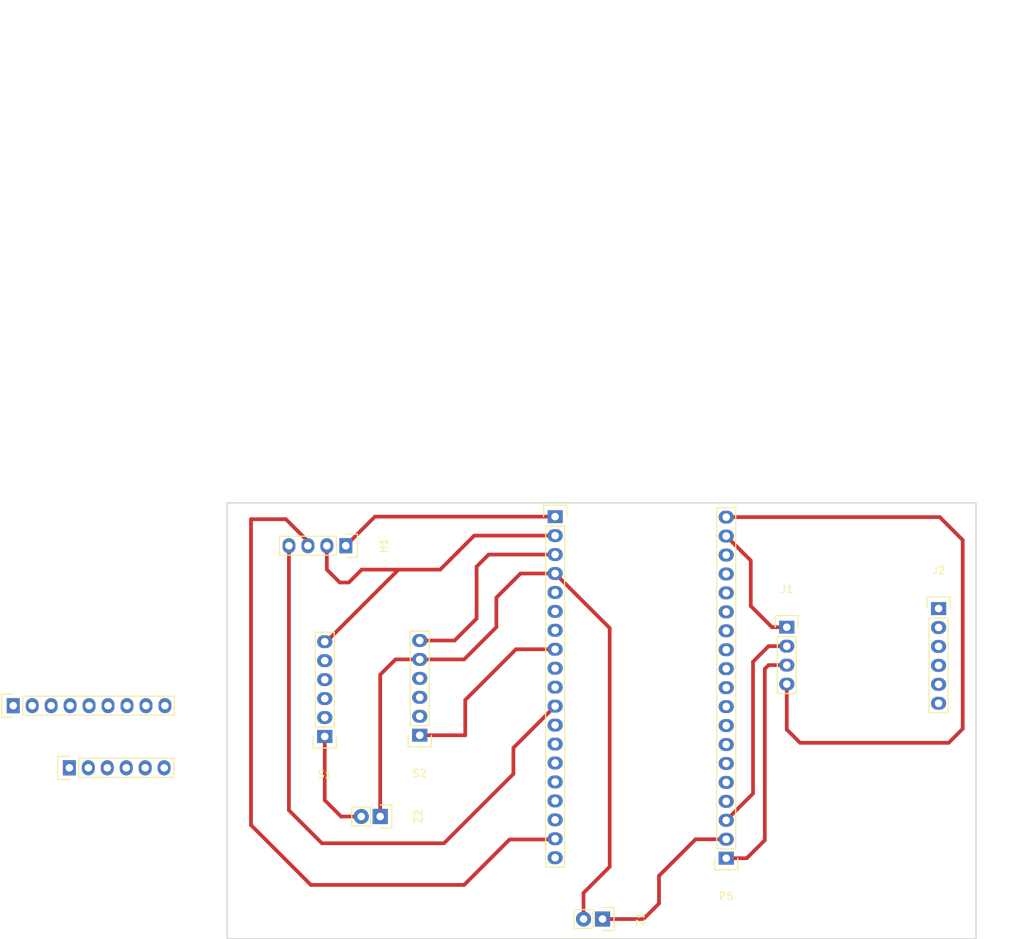
<source format=kicad_pcb>
(kicad_pcb (version 4) (host pcbnew 4.0.7)

  (general
    (links 16)
    (no_connects 0)
    (area 91.364999 51.994999 191.845001 110.565001)
    (thickness 1.6)
    (drawings 5)
    (tracks 76)
    (zones 0)
    (modules 11)
    (nets 68)
  )

  (page A4)
  (layers
    (0 F.Cu signal)
    (31 B.Cu signal)
    (32 B.Adhes user)
    (33 F.Adhes user)
    (34 B.Paste user)
    (35 F.Paste user)
    (36 B.SilkS user)
    (37 F.SilkS user)
    (38 B.Mask user)
    (39 F.Mask user)
    (40 Dwgs.User user)
    (41 Cmts.User user)
    (42 Eco1.User user)
    (43 Eco2.User user)
    (44 Edge.Cuts user)
    (45 Margin user)
    (46 B.CrtYd user)
    (47 F.CrtYd user)
    (48 B.Fab user)
    (49 F.Fab user)
  )

  (setup
    (last_trace_width 0.5)
    (user_trace_width 0.5)
    (user_trace_width 1)
    (user_trace_width 1.5)
    (user_trace_width 2)
    (user_trace_width 2.5)
    (user_trace_width 3)
    (user_trace_width 3.5)
    (user_trace_width 4)
    (trace_clearance 0.2)
    (zone_clearance 0.508)
    (zone_45_only no)
    (trace_min 0.2)
    (segment_width 0.2)
    (edge_width 0.15)
    (via_size 0.6)
    (via_drill 0.4)
    (via_min_size 0.4)
    (via_min_drill 0.3)
    (uvia_size 0.3)
    (uvia_drill 0.1)
    (uvias_allowed no)
    (uvia_min_size 0.2)
    (uvia_min_drill 0.1)
    (pcb_text_width 0.3)
    (pcb_text_size 1.5 1.5)
    (mod_edge_width 0.15)
    (mod_text_size 1 1)
    (mod_text_width 0.15)
    (pad_size 1.524 1.524)
    (pad_drill 0.762)
    (pad_to_mask_clearance 0.2)
    (aux_axis_origin 0 0)
    (visible_elements FFFFFF7F)
    (pcbplotparams
      (layerselection 0x00030_80000001)
      (usegerberextensions false)
      (excludeedgelayer true)
      (linewidth 0.100000)
      (plotframeref false)
      (viasonmask false)
      (mode 1)
      (useauxorigin false)
      (hpglpennumber 1)
      (hpglpenspeed 20)
      (hpglpendiameter 15)
      (hpglpenoverlay 2)
      (psnegative false)
      (psa4output false)
      (plotreference true)
      (plotvalue true)
      (plotinvisibletext false)
      (padsonsilk false)
      (subtractmaskfromsilk false)
      (outputformat 1)
      (mirror false)
      (drillshape 1)
      (scaleselection 1)
      (outputdirectory ""))
  )

  (net 0 "")
  (net 1 /GND2)
  (net 2 /5v1)
  (net 3 /SDA)
  (net 4 /SCL)
  (net 5 /VCC)
  (net 6 /SCK)
  (net 7 /DT)
  (net 8 /GND1)
  (net 9 "Net-(J2-Pad1)")
  (net 10 "Net-(J2-Pad2)")
  (net 11 /A+)
  (net 12 /A-)
  (net 13 /E-)
  (net 14 /E+)
  (net 15 "Net-(M1-Pad1)")
  (net 16 "Net-(M1-Pad2)")
  (net 17 "Net-(M1-Pad3)")
  (net 18 "Net-(M1-Pad4)")
  (net 19 "Net-(M1-Pad5)")
  (net 20 "Net-(M1-Pad6)")
  (net 21 "Net-(M1-Pad7)")
  (net 22 "Net-(M1-Pad8)")
  (net 23 "Net-(M1-Pad9)")
  (net 24 /3v)
  (net 25 /GND)
  (net 26 "Net-(P4-Pad5)")
  (net 27 "Net-(P4-Pad6)")
  (net 28 "Net-(P4-Pad7)")
  (net 29 /M0)
  (net 30 "Net-(P4-Pad9)")
  (net 31 "Net-(P4-Pad10)")
  (net 32 "Net-(P4-Pad12)")
  (net 33 "Net-(P4-Pad13)")
  (net 34 "Net-(P4-Pad14)")
  (net 35 "Net-(P4-Pad15)")
  (net 36 "Net-(P4-Pad16)")
  (net 37 "Net-(P4-Pad17)")
  (net 38 "Net-(P4-Pad19)")
  (net 39 "Net-(P5-Pad2)")
  (net 40 "Net-(P5-Pad4)")
  (net 41 "Net-(P5-Pad5)")
  (net 42 "Net-(P5-Pad6)")
  (net 43 "Net-(P5-Pad7)")
  (net 44 "Net-(P5-Pad8)")
  (net 45 "Net-(P5-Pad9)")
  (net 46 "Net-(P5-Pad10)")
  (net 47 "Net-(P5-Pad11)")
  (net 48 "Net-(P5-Pad12)")
  (net 49 "Net-(P5-Pad13)")
  (net 50 "Net-(P5-Pad14)")
  (net 51 "Net-(P5-Pad15)")
  (net 52 "Net-(P5-Pad16)")
  (net 53 "Net-(P5-Pad17)")
  (net 54 "Net-(S1-Pad2)")
  (net 55 "Net-(S1-Pad3)")
  (net 56 "Net-(S1-Pad4)")
  (net 57 "Net-(S1-Pad5)")
  (net 58 "Net-(S2-Pad2)")
  (net 59 "Net-(S2-Pad3)")
  (net 60 "Net-(S2-Pad4)")
  (net 61 "Net-(S3-Pad1)")
  (net 62 "Net-(S3-Pad2)")
  (net 63 "Net-(S3-Pad3)")
  (net 64 "Net-(S3-Pad4)")
  (net 65 "Net-(S3-Pad5)")
  (net 66 "Net-(S3-Pad6)")
  (net 67 /M1)

  (net_class Default "This is the default net class."
    (clearance 0.2)
    (trace_width 0.25)
    (via_dia 0.6)
    (via_drill 0.4)
    (uvia_dia 0.3)
    (uvia_drill 0.1)
    (add_net /3v)
    (add_net /5v1)
    (add_net /A+)
    (add_net /A-)
    (add_net /DT)
    (add_net /E+)
    (add_net /E-)
    (add_net /GND)
    (add_net /GND1)
    (add_net /GND2)
    (add_net /M0)
    (add_net /M1)
    (add_net /SCK)
    (add_net /SCL)
    (add_net /SDA)
    (add_net /VCC)
    (add_net "Net-(J2-Pad1)")
    (add_net "Net-(J2-Pad2)")
    (add_net "Net-(M1-Pad1)")
    (add_net "Net-(M1-Pad2)")
    (add_net "Net-(M1-Pad3)")
    (add_net "Net-(M1-Pad4)")
    (add_net "Net-(M1-Pad5)")
    (add_net "Net-(M1-Pad6)")
    (add_net "Net-(M1-Pad7)")
    (add_net "Net-(M1-Pad8)")
    (add_net "Net-(M1-Pad9)")
    (add_net "Net-(P4-Pad10)")
    (add_net "Net-(P4-Pad12)")
    (add_net "Net-(P4-Pad13)")
    (add_net "Net-(P4-Pad14)")
    (add_net "Net-(P4-Pad15)")
    (add_net "Net-(P4-Pad16)")
    (add_net "Net-(P4-Pad17)")
    (add_net "Net-(P4-Pad19)")
    (add_net "Net-(P4-Pad5)")
    (add_net "Net-(P4-Pad6)")
    (add_net "Net-(P4-Pad7)")
    (add_net "Net-(P4-Pad9)")
    (add_net "Net-(P5-Pad10)")
    (add_net "Net-(P5-Pad11)")
    (add_net "Net-(P5-Pad12)")
    (add_net "Net-(P5-Pad13)")
    (add_net "Net-(P5-Pad14)")
    (add_net "Net-(P5-Pad15)")
    (add_net "Net-(P5-Pad16)")
    (add_net "Net-(P5-Pad17)")
    (add_net "Net-(P5-Pad2)")
    (add_net "Net-(P5-Pad4)")
    (add_net "Net-(P5-Pad5)")
    (add_net "Net-(P5-Pad6)")
    (add_net "Net-(P5-Pad7)")
    (add_net "Net-(P5-Pad8)")
    (add_net "Net-(P5-Pad9)")
    (add_net "Net-(S1-Pad2)")
    (add_net "Net-(S1-Pad3)")
    (add_net "Net-(S1-Pad4)")
    (add_net "Net-(S1-Pad5)")
    (add_net "Net-(S2-Pad2)")
    (add_net "Net-(S2-Pad3)")
    (add_net "Net-(S2-Pad4)")
    (add_net "Net-(S3-Pad1)")
    (add_net "Net-(S3-Pad2)")
    (add_net "Net-(S3-Pad3)")
    (add_net "Net-(S3-Pad4)")
    (add_net "Net-(S3-Pad5)")
    (add_net "Net-(S3-Pad6)")
  )

  (module Pin_Headers:Pin_Header_Straight_1x09 (layer F.Cu) (tedit 5A56E611) (tstamp 5A56E08C)
    (at 62.7888 79.248 90)
    (descr "Through hole pin header")
    (tags "pin header")
    (path /5A53BCDD)
    (fp_text reference M1 (at 0 -5.1 90) (layer F.SilkS) hide
      (effects (font (size 1 1) (thickness 0.15)))
    )
    (fp_text value Conn_01x09 (at 0 -3.1 90) (layer F.Fab) hide
      (effects (font (size 1 1) (thickness 0.15)))
    )
    (fp_line (start -1.75 -1.75) (end -1.75 22.1) (layer F.CrtYd) (width 0.05))
    (fp_line (start 1.75 -1.75) (end 1.75 22.1) (layer F.CrtYd) (width 0.05))
    (fp_line (start -1.75 -1.75) (end 1.75 -1.75) (layer F.CrtYd) (width 0.05))
    (fp_line (start -1.75 22.1) (end 1.75 22.1) (layer F.CrtYd) (width 0.05))
    (fp_line (start 1.27 1.27) (end 1.27 21.59) (layer F.SilkS) (width 0.15))
    (fp_line (start 1.27 21.59) (end -1.27 21.59) (layer F.SilkS) (width 0.15))
    (fp_line (start -1.27 21.59) (end -1.27 1.27) (layer F.SilkS) (width 0.15))
    (fp_line (start 1.55 -1.55) (end 1.55 0) (layer F.SilkS) (width 0.15))
    (fp_line (start 1.27 1.27) (end -1.27 1.27) (layer F.SilkS) (width 0.15))
    (fp_line (start -1.55 0) (end -1.55 -1.55) (layer F.SilkS) (width 0.15))
    (fp_line (start -1.55 -1.55) (end 1.55 -1.55) (layer F.SilkS) (width 0.15))
    (pad 1 thru_hole rect (at 0 0 90) (size 2.032 1.7272) (drill 1.016) (layers *.Cu *.Mask)
      (net 15 "Net-(M1-Pad1)"))
    (pad 2 thru_hole oval (at 0 2.54 90) (size 2.032 1.7272) (drill 1.016) (layers *.Cu *.Mask)
      (net 16 "Net-(M1-Pad2)"))
    (pad 3 thru_hole oval (at 0 5.08 90) (size 2.032 1.7272) (drill 1.016) (layers *.Cu *.Mask)
      (net 17 "Net-(M1-Pad3)"))
    (pad 4 thru_hole oval (at 0 7.62 90) (size 2.032 1.7272) (drill 1.016) (layers *.Cu *.Mask)
      (net 18 "Net-(M1-Pad4)"))
    (pad 5 thru_hole oval (at 0 10.16 90) (size 2.032 1.7272) (drill 1.016) (layers *.Cu *.Mask)
      (net 19 "Net-(M1-Pad5)"))
    (pad 6 thru_hole oval (at 0 12.7 90) (size 2.032 1.7272) (drill 1.016) (layers *.Cu *.Mask)
      (net 20 "Net-(M1-Pad6)"))
    (pad 7 thru_hole oval (at 0 15.24 90) (size 2.032 1.7272) (drill 1.016) (layers *.Cu *.Mask)
      (net 21 "Net-(M1-Pad7)"))
    (pad 8 thru_hole oval (at 0 17.78 90) (size 2.032 1.7272) (drill 1.016) (layers *.Cu *.Mask)
      (net 22 "Net-(M1-Pad8)"))
    (pad 9 thru_hole oval (at 0 20.32 90) (size 2.032 1.7272) (drill 1.016) (layers *.Cu *.Mask)
      (net 23 "Net-(M1-Pad9)"))
    (model Pin_Headers.3dshapes/Pin_Header_Straight_1x09.wrl
      (at (xyz 0 -0.4 0))
      (scale (xyz 1 1 1))
      (rotate (xyz 0 0 90))
    )
  )

  (module Pin_Headers:Pin_Header_Straight_1x06 (layer F.Cu) (tedit 5A56E619) (tstamp 5A56E10F)
    (at 70.3072 87.5792 90)
    (descr "Through hole pin header")
    (tags "pin header")
    (path /5A5689C7)
    (fp_text reference S3 (at 0 -5.1 90) (layer F.SilkS) hide
      (effects (font (size 1 1) (thickness 0.15)))
    )
    (fp_text value Conn_01x06 (at 0 -3.1 90) (layer F.Fab) hide
      (effects (font (size 1 1) (thickness 0.15)))
    )
    (fp_line (start -1.75 -1.75) (end -1.75 14.45) (layer F.CrtYd) (width 0.05))
    (fp_line (start 1.75 -1.75) (end 1.75 14.45) (layer F.CrtYd) (width 0.05))
    (fp_line (start -1.75 -1.75) (end 1.75 -1.75) (layer F.CrtYd) (width 0.05))
    (fp_line (start -1.75 14.45) (end 1.75 14.45) (layer F.CrtYd) (width 0.05))
    (fp_line (start 1.27 1.27) (end 1.27 13.97) (layer F.SilkS) (width 0.15))
    (fp_line (start 1.27 13.97) (end -1.27 13.97) (layer F.SilkS) (width 0.15))
    (fp_line (start -1.27 13.97) (end -1.27 1.27) (layer F.SilkS) (width 0.15))
    (fp_line (start 1.55 -1.55) (end 1.55 0) (layer F.SilkS) (width 0.15))
    (fp_line (start 1.27 1.27) (end -1.27 1.27) (layer F.SilkS) (width 0.15))
    (fp_line (start -1.55 0) (end -1.55 -1.55) (layer F.SilkS) (width 0.15))
    (fp_line (start -1.55 -1.55) (end 1.55 -1.55) (layer F.SilkS) (width 0.15))
    (pad 1 thru_hole rect (at 0 0 90) (size 2.032 1.7272) (drill 1.016) (layers *.Cu *.Mask)
      (net 61 "Net-(S3-Pad1)"))
    (pad 2 thru_hole oval (at 0 2.54 90) (size 2.032 1.7272) (drill 1.016) (layers *.Cu *.Mask)
      (net 62 "Net-(S3-Pad2)"))
    (pad 3 thru_hole oval (at 0 5.08 90) (size 2.032 1.7272) (drill 1.016) (layers *.Cu *.Mask)
      (net 63 "Net-(S3-Pad3)"))
    (pad 4 thru_hole oval (at 0 7.62 90) (size 2.032 1.7272) (drill 1.016) (layers *.Cu *.Mask)
      (net 64 "Net-(S3-Pad4)"))
    (pad 5 thru_hole oval (at 0 10.16 90) (size 2.032 1.7272) (drill 1.016) (layers *.Cu *.Mask)
      (net 65 "Net-(S3-Pad5)"))
    (pad 6 thru_hole oval (at 0 12.7 90) (size 2.032 1.7272) (drill 1.016) (layers *.Cu *.Mask)
      (net 66 "Net-(S3-Pad6)"))
    (model Pin_Headers.3dshapes/Pin_Header_Straight_1x06.wrl
      (at (xyz 0 -0.25 0))
      (scale (xyz 1 1 1))
      (rotate (xyz 0 0 90))
    )
  )

  (module Pin_Headers:Pin_Header_Straight_1x04 (layer F.Cu) (tedit 0) (tstamp 5A5A0CE8)
    (at 107.3404 57.8104 270)
    (descr "Through hole pin header")
    (tags "pin header")
    (path /5A53E1CD)
    (fp_text reference H1 (at 0 -5.1 270) (layer F.SilkS)
      (effects (font (size 1 1) (thickness 0.15)))
    )
    (fp_text value Temp_humidity (at 0 -3.1 270) (layer F.Fab)
      (effects (font (size 1 1) (thickness 0.15)))
    )
    (fp_line (start -1.75 -1.75) (end -1.75 9.4) (layer F.CrtYd) (width 0.05))
    (fp_line (start 1.75 -1.75) (end 1.75 9.4) (layer F.CrtYd) (width 0.05))
    (fp_line (start -1.75 -1.75) (end 1.75 -1.75) (layer F.CrtYd) (width 0.05))
    (fp_line (start -1.75 9.4) (end 1.75 9.4) (layer F.CrtYd) (width 0.05))
    (fp_line (start -1.27 1.27) (end -1.27 8.89) (layer F.SilkS) (width 0.15))
    (fp_line (start 1.27 1.27) (end 1.27 8.89) (layer F.SilkS) (width 0.15))
    (fp_line (start 1.55 -1.55) (end 1.55 0) (layer F.SilkS) (width 0.15))
    (fp_line (start -1.27 8.89) (end 1.27 8.89) (layer F.SilkS) (width 0.15))
    (fp_line (start 1.27 1.27) (end -1.27 1.27) (layer F.SilkS) (width 0.15))
    (fp_line (start -1.55 0) (end -1.55 -1.55) (layer F.SilkS) (width 0.15))
    (fp_line (start -1.55 -1.55) (end 1.55 -1.55) (layer F.SilkS) (width 0.15))
    (pad 1 thru_hole rect (at 0 0 270) (size 2.032 1.7272) (drill 1.016) (layers *.Cu *.Mask)
      (net 1 /GND2))
    (pad 2 thru_hole oval (at 0 2.54 270) (size 2.032 1.7272) (drill 1.016) (layers *.Cu *.Mask)
      (net 2 /5v1))
    (pad 3 thru_hole oval (at 0 5.08 270) (size 2.032 1.7272) (drill 1.016) (layers *.Cu *.Mask)
      (net 3 /SDA))
    (pad 4 thru_hole oval (at 0 7.62 270) (size 2.032 1.7272) (drill 1.016) (layers *.Cu *.Mask)
      (net 4 /SCL))
    (model Pin_Headers.3dshapes/Pin_Header_Straight_1x04.wrl
      (at (xyz 0 -0.15 0))
      (scale (xyz 1 1 1))
      (rotate (xyz 0 0 90))
    )
  )

  (module Pin_Headers:Pin_Header_Straight_1x04 (layer F.Cu) (tedit 0) (tstamp 5A5A0CFB)
    (at 166.4208 68.7324)
    (descr "Through hole pin header")
    (tags "pin header")
    (path /5A53BC44)
    (fp_text reference J1 (at 0 -5.1) (layer F.SilkS)
      (effects (font (size 1 1) (thickness 0.15)))
    )
    (fp_text value ScaleL (at 0 -3.1) (layer F.Fab)
      (effects (font (size 1 1) (thickness 0.15)))
    )
    (fp_line (start -1.75 -1.75) (end -1.75 9.4) (layer F.CrtYd) (width 0.05))
    (fp_line (start 1.75 -1.75) (end 1.75 9.4) (layer F.CrtYd) (width 0.05))
    (fp_line (start -1.75 -1.75) (end 1.75 -1.75) (layer F.CrtYd) (width 0.05))
    (fp_line (start -1.75 9.4) (end 1.75 9.4) (layer F.CrtYd) (width 0.05))
    (fp_line (start -1.27 1.27) (end -1.27 8.89) (layer F.SilkS) (width 0.15))
    (fp_line (start 1.27 1.27) (end 1.27 8.89) (layer F.SilkS) (width 0.15))
    (fp_line (start 1.55 -1.55) (end 1.55 0) (layer F.SilkS) (width 0.15))
    (fp_line (start -1.27 8.89) (end 1.27 8.89) (layer F.SilkS) (width 0.15))
    (fp_line (start 1.27 1.27) (end -1.27 1.27) (layer F.SilkS) (width 0.15))
    (fp_line (start -1.55 0) (end -1.55 -1.55) (layer F.SilkS) (width 0.15))
    (fp_line (start -1.55 -1.55) (end 1.55 -1.55) (layer F.SilkS) (width 0.15))
    (pad 1 thru_hole rect (at 0 0) (size 2.032 1.7272) (drill 1.016) (layers *.Cu *.Mask)
      (net 5 /VCC))
    (pad 2 thru_hole oval (at 0 2.54) (size 2.032 1.7272) (drill 1.016) (layers *.Cu *.Mask)
      (net 6 /SCK))
    (pad 3 thru_hole oval (at 0 5.08) (size 2.032 1.7272) (drill 1.016) (layers *.Cu *.Mask)
      (net 7 /DT))
    (pad 4 thru_hole oval (at 0 7.62) (size 2.032 1.7272) (drill 1.016) (layers *.Cu *.Mask)
      (net 8 /GND1))
    (model Pin_Headers.3dshapes/Pin_Header_Straight_1x04.wrl
      (at (xyz 0 -0.15 0))
      (scale (xyz 1 1 1))
      (rotate (xyz 0 0 90))
    )
  )

  (module Pin_Headers:Pin_Header_Straight_1x06 (layer F.Cu) (tedit 0) (tstamp 5A5A0D10)
    (at 186.7535 66.2305)
    (descr "Through hole pin header")
    (tags "pin header")
    (path /5A53BF27)
    (fp_text reference J2 (at 0 -5.1) (layer F.SilkS)
      (effects (font (size 1 1) (thickness 0.15)))
    )
    (fp_text value Scale (at 0 -3.1) (layer F.Fab)
      (effects (font (size 1 1) (thickness 0.15)))
    )
    (fp_line (start -1.75 -1.75) (end -1.75 14.45) (layer F.CrtYd) (width 0.05))
    (fp_line (start 1.75 -1.75) (end 1.75 14.45) (layer F.CrtYd) (width 0.05))
    (fp_line (start -1.75 -1.75) (end 1.75 -1.75) (layer F.CrtYd) (width 0.05))
    (fp_line (start -1.75 14.45) (end 1.75 14.45) (layer F.CrtYd) (width 0.05))
    (fp_line (start 1.27 1.27) (end 1.27 13.97) (layer F.SilkS) (width 0.15))
    (fp_line (start 1.27 13.97) (end -1.27 13.97) (layer F.SilkS) (width 0.15))
    (fp_line (start -1.27 13.97) (end -1.27 1.27) (layer F.SilkS) (width 0.15))
    (fp_line (start 1.55 -1.55) (end 1.55 0) (layer F.SilkS) (width 0.15))
    (fp_line (start 1.27 1.27) (end -1.27 1.27) (layer F.SilkS) (width 0.15))
    (fp_line (start -1.55 0) (end -1.55 -1.55) (layer F.SilkS) (width 0.15))
    (fp_line (start -1.55 -1.55) (end 1.55 -1.55) (layer F.SilkS) (width 0.15))
    (pad 1 thru_hole rect (at 0 0) (size 2.032 1.7272) (drill 1.016) (layers *.Cu *.Mask)
      (net 9 "Net-(J2-Pad1)"))
    (pad 2 thru_hole oval (at 0 2.54) (size 2.032 1.7272) (drill 1.016) (layers *.Cu *.Mask)
      (net 10 "Net-(J2-Pad2)"))
    (pad 3 thru_hole oval (at 0 5.08) (size 2.032 1.7272) (drill 1.016) (layers *.Cu *.Mask)
      (net 11 /A+))
    (pad 4 thru_hole oval (at 0 7.62) (size 2.032 1.7272) (drill 1.016) (layers *.Cu *.Mask)
      (net 12 /A-))
    (pad 5 thru_hole oval (at 0 10.16) (size 2.032 1.7272) (drill 1.016) (layers *.Cu *.Mask)
      (net 13 /E-))
    (pad 6 thru_hole oval (at 0 12.7) (size 2.032 1.7272) (drill 1.016) (layers *.Cu *.Mask)
      (net 14 /E+))
    (model Pin_Headers.3dshapes/Pin_Header_Straight_1x06.wrl
      (at (xyz 0 -0.25 0))
      (scale (xyz 1 1 1))
      (rotate (xyz 0 0 90))
    )
  )

  (module Pin_Headers:Pin_Header_Straight_1x19 (layer F.Cu) (tedit 5A56EC9E) (tstamp 5A5A0D32)
    (at 135.382 53.9115)
    (descr "Through hole pin header")
    (tags "pin header")
    (path /5943A05C)
    (fp_text reference P4 (at 0 -5.1) (layer F.SilkS) hide
      (effects (font (size 1 1) (thickness 0.15)))
    )
    (fp_text value ESP_32 (at 0 -3.1) (layer F.Fab) hide
      (effects (font (size 1 1) (thickness 0.15)))
    )
    (fp_line (start -1.75 -1.75) (end -1.75 47.5) (layer F.CrtYd) (width 0.05))
    (fp_line (start 1.75 -1.75) (end 1.75 47.5) (layer F.CrtYd) (width 0.05))
    (fp_line (start -1.75 -1.75) (end 1.75 -1.75) (layer F.CrtYd) (width 0.05))
    (fp_line (start -1.75 47.5) (end 1.75 47.5) (layer F.CrtYd) (width 0.05))
    (fp_line (start 1.27 1.27) (end 1.27 46.99) (layer F.SilkS) (width 0.15))
    (fp_line (start 1.27 46.99) (end -1.27 46.99) (layer F.SilkS) (width 0.15))
    (fp_line (start -1.27 46.99) (end -1.27 1.27) (layer F.SilkS) (width 0.15))
    (fp_line (start 1.55 -1.55) (end 1.55 0) (layer F.SilkS) (width 0.15))
    (fp_line (start 1.27 1.27) (end -1.27 1.27) (layer F.SilkS) (width 0.15))
    (fp_line (start -1.55 0) (end -1.55 -1.55) (layer F.SilkS) (width 0.15))
    (fp_line (start -1.55 -1.55) (end 1.55 -1.55) (layer F.SilkS) (width 0.15))
    (pad 1 thru_hole rect (at 0 0) (size 2.032 1.7272) (drill 1.016) (layers *.Cu *.Mask)
      (net 1 /GND2))
    (pad 2 thru_hole oval (at 0 2.54) (size 2.032 1.7272) (drill 1.016) (layers *.Cu *.Mask)
      (net 2 /5v1))
    (pad 3 thru_hole oval (at 0 5.08) (size 2.032 1.7272) (drill 1.016) (layers *.Cu *.Mask)
      (net 24 /3v))
    (pad 4 thru_hole oval (at 0 7.62) (size 2.032 1.7272) (drill 1.016) (layers *.Cu *.Mask)
      (net 25 /GND))
    (pad 5 thru_hole oval (at 0 10.16) (size 2.032 1.7272) (drill 1.016) (layers *.Cu *.Mask)
      (net 26 "Net-(P4-Pad5)"))
    (pad 6 thru_hole oval (at 0 12.7) (size 2.032 1.7272) (drill 1.016) (layers *.Cu *.Mask)
      (net 27 "Net-(P4-Pad6)"))
    (pad 7 thru_hole oval (at 0 15.24) (size 2.032 1.7272) (drill 1.016) (layers *.Cu *.Mask)
      (net 28 "Net-(P4-Pad7)"))
    (pad 8 thru_hole oval (at 0 17.78) (size 2.032 1.7272) (drill 1.016) (layers *.Cu *.Mask)
      (net 29 /M0))
    (pad 9 thru_hole oval (at 0 20.32) (size 2.032 1.7272) (drill 1.016) (layers *.Cu *.Mask)
      (net 30 "Net-(P4-Pad9)"))
    (pad 10 thru_hole oval (at 0 22.86) (size 2.032 1.7272) (drill 1.016) (layers *.Cu *.Mask)
      (net 31 "Net-(P4-Pad10)"))
    (pad 11 thru_hole oval (at 0 25.4) (size 2.032 1.7272) (drill 1.016) (layers *.Cu *.Mask)
      (net 4 /SCL))
    (pad 12 thru_hole oval (at 0 27.94) (size 2.032 1.7272) (drill 1.016) (layers *.Cu *.Mask)
      (net 32 "Net-(P4-Pad12)"))
    (pad 13 thru_hole oval (at 0 30.48) (size 2.032 1.7272) (drill 1.016) (layers *.Cu *.Mask)
      (net 33 "Net-(P4-Pad13)"))
    (pad 14 thru_hole oval (at 0 33.02) (size 2.032 1.7272) (drill 1.016) (layers *.Cu *.Mask)
      (net 34 "Net-(P4-Pad14)"))
    (pad 15 thru_hole oval (at 0 35.56) (size 2.032 1.7272) (drill 1.016) (layers *.Cu *.Mask)
      (net 35 "Net-(P4-Pad15)"))
    (pad 16 thru_hole oval (at 0 38.1) (size 2.032 1.7272) (drill 1.016) (layers *.Cu *.Mask)
      (net 36 "Net-(P4-Pad16)"))
    (pad 17 thru_hole oval (at 0 40.64) (size 2.032 1.7272) (drill 1.016) (layers *.Cu *.Mask)
      (net 37 "Net-(P4-Pad17)"))
    (pad 18 thru_hole oval (at 0 43.18) (size 2.032 1.7272) (drill 1.016) (layers *.Cu *.Mask)
      (net 3 /SDA))
    (pad 19 thru_hole oval (at 0 45.72) (size 2.032 1.7272) (drill 1.016) (layers *.Cu *.Mask)
      (net 38 "Net-(P4-Pad19)"))
    (model Pin_Headers.3dshapes/Pin_Header_Straight_1x19.wrl
      (at (xyz 0 -0.9 0))
      (scale (xyz 1 1 1))
      (rotate (xyz 0 0 90))
    )
  )

  (module Pin_Headers:Pin_Header_Straight_1x19 (layer F.Cu) (tedit 0) (tstamp 5A5A0D54)
    (at 158.3055 99.695 180)
    (descr "Through hole pin header")
    (tags "pin header")
    (path /5A55B634)
    (fp_text reference P5 (at 0 -5.1 180) (layer F.SilkS)
      (effects (font (size 1 1) (thickness 0.15)))
    )
    (fp_text value esp_lora (at 0 -3.1 180) (layer F.Fab)
      (effects (font (size 1 1) (thickness 0.15)))
    )
    (fp_line (start -1.75 -1.75) (end -1.75 47.5) (layer F.CrtYd) (width 0.05))
    (fp_line (start 1.75 -1.75) (end 1.75 47.5) (layer F.CrtYd) (width 0.05))
    (fp_line (start -1.75 -1.75) (end 1.75 -1.75) (layer F.CrtYd) (width 0.05))
    (fp_line (start -1.75 47.5) (end 1.75 47.5) (layer F.CrtYd) (width 0.05))
    (fp_line (start 1.27 1.27) (end 1.27 46.99) (layer F.SilkS) (width 0.15))
    (fp_line (start 1.27 46.99) (end -1.27 46.99) (layer F.SilkS) (width 0.15))
    (fp_line (start -1.27 46.99) (end -1.27 1.27) (layer F.SilkS) (width 0.15))
    (fp_line (start 1.55 -1.55) (end 1.55 0) (layer F.SilkS) (width 0.15))
    (fp_line (start 1.27 1.27) (end -1.27 1.27) (layer F.SilkS) (width 0.15))
    (fp_line (start -1.55 0) (end -1.55 -1.55) (layer F.SilkS) (width 0.15))
    (fp_line (start -1.55 -1.55) (end 1.55 -1.55) (layer F.SilkS) (width 0.15))
    (pad 1 thru_hole rect (at 0 0 180) (size 2.032 1.7272) (drill 1.016) (layers *.Cu *.Mask)
      (net 7 /DT))
    (pad 2 thru_hole oval (at 0 2.54 180) (size 2.032 1.7272) (drill 1.016) (layers *.Cu *.Mask)
      (net 39 "Net-(P5-Pad2)"))
    (pad 3 thru_hole oval (at 0 5.08 180) (size 2.032 1.7272) (drill 1.016) (layers *.Cu *.Mask)
      (net 6 /SCK))
    (pad 4 thru_hole oval (at 0 7.62 180) (size 2.032 1.7272) (drill 1.016) (layers *.Cu *.Mask)
      (net 40 "Net-(P5-Pad4)"))
    (pad 5 thru_hole oval (at 0 10.16 180) (size 2.032 1.7272) (drill 1.016) (layers *.Cu *.Mask)
      (net 41 "Net-(P5-Pad5)"))
    (pad 6 thru_hole oval (at 0 12.7 180) (size 2.032 1.7272) (drill 1.016) (layers *.Cu *.Mask)
      (net 42 "Net-(P5-Pad6)"))
    (pad 7 thru_hole oval (at 0 15.24 180) (size 2.032 1.7272) (drill 1.016) (layers *.Cu *.Mask)
      (net 43 "Net-(P5-Pad7)"))
    (pad 8 thru_hole oval (at 0 17.78 180) (size 2.032 1.7272) (drill 1.016) (layers *.Cu *.Mask)
      (net 44 "Net-(P5-Pad8)"))
    (pad 9 thru_hole oval (at 0 20.32 180) (size 2.032 1.7272) (drill 1.016) (layers *.Cu *.Mask)
      (net 45 "Net-(P5-Pad9)"))
    (pad 10 thru_hole oval (at 0 22.86 180) (size 2.032 1.7272) (drill 1.016) (layers *.Cu *.Mask)
      (net 46 "Net-(P5-Pad10)"))
    (pad 11 thru_hole oval (at 0 25.4 180) (size 2.032 1.7272) (drill 1.016) (layers *.Cu *.Mask)
      (net 47 "Net-(P5-Pad11)"))
    (pad 12 thru_hole oval (at 0 27.94 180) (size 2.032 1.7272) (drill 1.016) (layers *.Cu *.Mask)
      (net 48 "Net-(P5-Pad12)"))
    (pad 13 thru_hole oval (at 0 30.48 180) (size 2.032 1.7272) (drill 1.016) (layers *.Cu *.Mask)
      (net 49 "Net-(P5-Pad13)"))
    (pad 14 thru_hole oval (at 0 33.02 180) (size 2.032 1.7272) (drill 1.016) (layers *.Cu *.Mask)
      (net 50 "Net-(P5-Pad14)"))
    (pad 15 thru_hole oval (at 0 35.56 180) (size 2.032 1.7272) (drill 1.016) (layers *.Cu *.Mask)
      (net 51 "Net-(P5-Pad15)"))
    (pad 16 thru_hole oval (at 0 38.1 180) (size 2.032 1.7272) (drill 1.016) (layers *.Cu *.Mask)
      (net 52 "Net-(P5-Pad16)"))
    (pad 17 thru_hole oval (at 0 40.64 180) (size 2.032 1.7272) (drill 1.016) (layers *.Cu *.Mask)
      (net 53 "Net-(P5-Pad17)"))
    (pad 18 thru_hole oval (at 0 43.18 180) (size 2.032 1.7272) (drill 1.016) (layers *.Cu *.Mask)
      (net 5 /VCC))
    (pad 19 thru_hole oval (at 0 45.72 180) (size 2.032 1.7272) (drill 1.016) (layers *.Cu *.Mask)
      (net 8 /GND1))
    (model Pin_Headers.3dshapes/Pin_Header_Straight_1x19.wrl
      (at (xyz 0 -0.9 0))
      (scale (xyz 1 1 1))
      (rotate (xyz 0 0 90))
    )
  )

  (module Pin_Headers:Pin_Header_Straight_1x06 (layer F.Cu) (tedit 0) (tstamp 5A5A0D69)
    (at 104.521 83.3755 180)
    (descr "Through hole pin header")
    (tags "pin header")
    (path /5A53BE14)
    (fp_text reference S1 (at 0 -5.1 180) (layer F.SilkS)
      (effects (font (size 1 1) (thickness 0.15)))
    )
    (fp_text value Shifter (at 0 -3.1 180) (layer F.Fab)
      (effects (font (size 1 1) (thickness 0.15)))
    )
    (fp_line (start -1.75 -1.75) (end -1.75 14.45) (layer F.CrtYd) (width 0.05))
    (fp_line (start 1.75 -1.75) (end 1.75 14.45) (layer F.CrtYd) (width 0.05))
    (fp_line (start -1.75 -1.75) (end 1.75 -1.75) (layer F.CrtYd) (width 0.05))
    (fp_line (start -1.75 14.45) (end 1.75 14.45) (layer F.CrtYd) (width 0.05))
    (fp_line (start 1.27 1.27) (end 1.27 13.97) (layer F.SilkS) (width 0.15))
    (fp_line (start 1.27 13.97) (end -1.27 13.97) (layer F.SilkS) (width 0.15))
    (fp_line (start -1.27 13.97) (end -1.27 1.27) (layer F.SilkS) (width 0.15))
    (fp_line (start 1.55 -1.55) (end 1.55 0) (layer F.SilkS) (width 0.15))
    (fp_line (start 1.27 1.27) (end -1.27 1.27) (layer F.SilkS) (width 0.15))
    (fp_line (start -1.55 0) (end -1.55 -1.55) (layer F.SilkS) (width 0.15))
    (fp_line (start -1.55 -1.55) (end 1.55 -1.55) (layer F.SilkS) (width 0.15))
    (pad 1 thru_hole rect (at 0 0 180) (size 2.032 1.7272) (drill 1.016) (layers *.Cu *.Mask)
      (net 67 /M1))
    (pad 2 thru_hole oval (at 0 2.54 180) (size 2.032 1.7272) (drill 1.016) (layers *.Cu *.Mask)
      (net 54 "Net-(S1-Pad2)"))
    (pad 3 thru_hole oval (at 0 5.08 180) (size 2.032 1.7272) (drill 1.016) (layers *.Cu *.Mask)
      (net 55 "Net-(S1-Pad3)"))
    (pad 4 thru_hole oval (at 0 7.62 180) (size 2.032 1.7272) (drill 1.016) (layers *.Cu *.Mask)
      (net 56 "Net-(S1-Pad4)"))
    (pad 5 thru_hole oval (at 0 10.16 180) (size 2.032 1.7272) (drill 1.016) (layers *.Cu *.Mask)
      (net 57 "Net-(S1-Pad5)"))
    (pad 6 thru_hole oval (at 0 12.7 180) (size 2.032 1.7272) (drill 1.016) (layers *.Cu *.Mask)
      (net 2 /5v1))
    (model Pin_Headers.3dshapes/Pin_Header_Straight_1x06.wrl
      (at (xyz 0 -0.25 0))
      (scale (xyz 1 1 1))
      (rotate (xyz 0 0 90))
    )
  )

  (module Pin_Headers:Pin_Header_Straight_1x06 (layer F.Cu) (tedit 0) (tstamp 5A5A0D7E)
    (at 117.2464 83.2104 180)
    (descr "Through hole pin header")
    (tags "pin header")
    (path /5A53BECB)
    (fp_text reference S2 (at 0 -5.1 180) (layer F.SilkS)
      (effects (font (size 1 1) (thickness 0.15)))
    )
    (fp_text value ShifterR (at 0 -3.1 180) (layer F.Fab)
      (effects (font (size 1 1) (thickness 0.15)))
    )
    (fp_line (start -1.75 -1.75) (end -1.75 14.45) (layer F.CrtYd) (width 0.05))
    (fp_line (start 1.75 -1.75) (end 1.75 14.45) (layer F.CrtYd) (width 0.05))
    (fp_line (start -1.75 -1.75) (end 1.75 -1.75) (layer F.CrtYd) (width 0.05))
    (fp_line (start -1.75 14.45) (end 1.75 14.45) (layer F.CrtYd) (width 0.05))
    (fp_line (start 1.27 1.27) (end 1.27 13.97) (layer F.SilkS) (width 0.15))
    (fp_line (start 1.27 13.97) (end -1.27 13.97) (layer F.SilkS) (width 0.15))
    (fp_line (start -1.27 13.97) (end -1.27 1.27) (layer F.SilkS) (width 0.15))
    (fp_line (start 1.55 -1.55) (end 1.55 0) (layer F.SilkS) (width 0.15))
    (fp_line (start 1.27 1.27) (end -1.27 1.27) (layer F.SilkS) (width 0.15))
    (fp_line (start -1.55 0) (end -1.55 -1.55) (layer F.SilkS) (width 0.15))
    (fp_line (start -1.55 -1.55) (end 1.55 -1.55) (layer F.SilkS) (width 0.15))
    (pad 1 thru_hole rect (at 0 0 180) (size 2.032 1.7272) (drill 1.016) (layers *.Cu *.Mask)
      (net 29 /M0))
    (pad 2 thru_hole oval (at 0 2.54 180) (size 2.032 1.7272) (drill 1.016) (layers *.Cu *.Mask)
      (net 58 "Net-(S2-Pad2)"))
    (pad 3 thru_hole oval (at 0 5.08 180) (size 2.032 1.7272) (drill 1.016) (layers *.Cu *.Mask)
      (net 59 "Net-(S2-Pad3)"))
    (pad 4 thru_hole oval (at 0 7.62 180) (size 2.032 1.7272) (drill 1.016) (layers *.Cu *.Mask)
      (net 60 "Net-(S2-Pad4)"))
    (pad 5 thru_hole oval (at 0 10.16 180) (size 2.032 1.7272) (drill 1.016) (layers *.Cu *.Mask)
      (net 25 /GND))
    (pad 6 thru_hole oval (at 0 12.7 180) (size 2.032 1.7272) (drill 1.016) (layers *.Cu *.Mask)
      (net 24 /3v))
    (model Pin_Headers.3dshapes/Pin_Header_Straight_1x06.wrl
      (at (xyz 0 -0.25 0))
      (scale (xyz 1 1 1))
      (rotate (xyz 0 0 90))
    )
  )

  (module Pin_Headers:Pin_Header_Straight_1x02 (layer F.Cu) (tedit 54EA090C) (tstamp 5A5A0D8F)
    (at 141.732 107.8484 270)
    (descr "Through hole pin header")
    (tags "pin header")
    (path /5A56C528)
    (fp_text reference Z1 (at 0 -5.1 270) (layer F.SilkS)
      (effects (font (size 1 1) (thickness 0.15)))
    )
    (fp_text value Buzzer (at 0 -3.1 270) (layer F.Fab)
      (effects (font (size 1 1) (thickness 0.15)))
    )
    (fp_line (start 1.27 1.27) (end 1.27 3.81) (layer F.SilkS) (width 0.15))
    (fp_line (start 1.55 -1.55) (end 1.55 0) (layer F.SilkS) (width 0.15))
    (fp_line (start -1.75 -1.75) (end -1.75 4.3) (layer F.CrtYd) (width 0.05))
    (fp_line (start 1.75 -1.75) (end 1.75 4.3) (layer F.CrtYd) (width 0.05))
    (fp_line (start -1.75 -1.75) (end 1.75 -1.75) (layer F.CrtYd) (width 0.05))
    (fp_line (start -1.75 4.3) (end 1.75 4.3) (layer F.CrtYd) (width 0.05))
    (fp_line (start 1.27 1.27) (end -1.27 1.27) (layer F.SilkS) (width 0.15))
    (fp_line (start -1.55 0) (end -1.55 -1.55) (layer F.SilkS) (width 0.15))
    (fp_line (start -1.55 -1.55) (end 1.55 -1.55) (layer F.SilkS) (width 0.15))
    (fp_line (start -1.27 1.27) (end -1.27 3.81) (layer F.SilkS) (width 0.15))
    (fp_line (start -1.27 3.81) (end 1.27 3.81) (layer F.SilkS) (width 0.15))
    (pad 1 thru_hole rect (at 0 0 270) (size 2.032 2.032) (drill 1.016) (layers *.Cu *.Mask)
      (net 39 "Net-(P5-Pad2)"))
    (pad 2 thru_hole oval (at 0 2.54 270) (size 2.032 2.032) (drill 1.016) (layers *.Cu *.Mask)
      (net 25 /GND))
    (model Pin_Headers.3dshapes/Pin_Header_Straight_1x02.wrl
      (at (xyz 0 -0.05 0))
      (scale (xyz 1 1 1))
      (rotate (xyz 0 0 90))
    )
  )

  (module Pin_Headers:Pin_Header_Straight_1x02 (layer F.Cu) (tedit 54EA090C) (tstamp 5A5A0DA0)
    (at 111.9505 94.107 270)
    (descr "Through hole pin header")
    (tags "pin header")
    (path /5A56EC1C)
    (fp_text reference Z2 (at 0 -5.1 270) (layer F.SilkS)
      (effects (font (size 1 1) (thickness 0.15)))
    )
    (fp_text value Motor (at 0 -3.1 270) (layer F.Fab)
      (effects (font (size 1 1) (thickness 0.15)))
    )
    (fp_line (start 1.27 1.27) (end 1.27 3.81) (layer F.SilkS) (width 0.15))
    (fp_line (start 1.55 -1.55) (end 1.55 0) (layer F.SilkS) (width 0.15))
    (fp_line (start -1.75 -1.75) (end -1.75 4.3) (layer F.CrtYd) (width 0.05))
    (fp_line (start 1.75 -1.75) (end 1.75 4.3) (layer F.CrtYd) (width 0.05))
    (fp_line (start -1.75 -1.75) (end 1.75 -1.75) (layer F.CrtYd) (width 0.05))
    (fp_line (start -1.75 4.3) (end 1.75 4.3) (layer F.CrtYd) (width 0.05))
    (fp_line (start 1.27 1.27) (end -1.27 1.27) (layer F.SilkS) (width 0.15))
    (fp_line (start -1.55 0) (end -1.55 -1.55) (layer F.SilkS) (width 0.15))
    (fp_line (start -1.55 -1.55) (end 1.55 -1.55) (layer F.SilkS) (width 0.15))
    (fp_line (start -1.27 1.27) (end -1.27 3.81) (layer F.SilkS) (width 0.15))
    (fp_line (start -1.27 3.81) (end 1.27 3.81) (layer F.SilkS) (width 0.15))
    (pad 1 thru_hole rect (at 0 0 270) (size 2.032 2.032) (drill 1.016) (layers *.Cu *.Mask)
      (net 25 /GND))
    (pad 2 thru_hole oval (at 0 2.54 270) (size 2.032 2.032) (drill 1.016) (layers *.Cu *.Mask)
      (net 67 /M1))
    (model Pin_Headers.3dshapes/Pin_Header_Straight_1x02.wrl
      (at (xyz 0 -0.05 0))
      (scale (xyz 1 1 1))
      (rotate (xyz 0 0 90))
    )
  )

  (gr_line (start 91.44 110.49) (end 91.44 52.07) (angle 90) (layer Edge.Cuts) (width 0.15))
  (gr_line (start 191.77 110.49) (end 91.44 110.49) (angle 90) (layer Edge.Cuts) (width 0.15))
  (gr_line (start 191.77 52.07) (end 191.77 110.49) (angle 90) (layer Edge.Cuts) (width 0.15))
  (gr_line (start 91.44 52.07) (end 191.77 52.07) (angle 90) (layer Edge.Cuts) (width 0.15))
  (gr_line (start 196.85 -13.97) (end 198.12 -15.24) (angle 90) (layer Cmts.User) (width 0.2))

  (segment (start 135.382 53.9115) (end 111.2393 53.9115) (width 0.5) (layer F.Cu) (net 1))
  (segment (start 111.2393 53.9115) (end 107.3404 57.8104) (width 0.5) (layer F.Cu) (net 1) (tstamp 5A5A158C))
  (segment (start 114.4016 61.0108) (end 109.474 61.0108) (width 0.5) (layer F.Cu) (net 2))
  (segment (start 104.8004 61.0108) (end 104.8004 57.8104) (width 0.5) (layer F.Cu) (net 2) (tstamp 5A5A1589))
  (segment (start 106.5276 62.738) (end 104.8004 61.0108) (width 0.5) (layer F.Cu) (net 2) (tstamp 5A5A1588))
  (segment (start 107.7468 62.738) (end 106.5276 62.738) (width 0.5) (layer F.Cu) (net 2) (tstamp 5A5A1587))
  (segment (start 109.474 61.0108) (end 107.7468 62.738) (width 0.5) (layer F.Cu) (net 2) (tstamp 5A5A1586))
  (segment (start 135.382 56.4515) (end 124.5489 56.4515) (width 0.5) (layer F.Cu) (net 2))
  (segment (start 114.4016 61.0108) (end 104.7369 70.6755) (width 0.5) (layer F.Cu) (net 2) (tstamp 5A5A1581))
  (segment (start 119.9896 61.0108) (end 114.4016 61.0108) (width 0.5) (layer F.Cu) (net 2) (tstamp 5A5A157F))
  (segment (start 124.5489 56.4515) (end 119.9896 61.0108) (width 0.5) (layer F.Cu) (net 2) (tstamp 5A5A157E))
  (segment (start 104.7369 70.6755) (end 104.521 70.6755) (width 0.5) (layer F.Cu) (net 2) (tstamp 5A5A1583))
  (segment (start 102.2604 57.8104) (end 102.2604 57.2008) (width 0.5) (layer F.Cu) (net 3))
  (segment (start 102.2604 57.2008) (end 99.314 54.2544) (width 0.5) (layer F.Cu) (net 3) (tstamp 5A5A15AA))
  (segment (start 99.314 54.2544) (end 94.6404 54.2544) (width 0.5) (layer F.Cu) (net 3) (tstamp 5A5A15AB))
  (segment (start 94.6404 54.2544) (end 94.6404 95.25) (width 0.5) (layer F.Cu) (net 3) (tstamp 5A5A15AD))
  (segment (start 94.6404 95.25) (end 102.6668 103.2764) (width 0.5) (layer F.Cu) (net 3) (tstamp 5A5A15AE))
  (segment (start 102.6668 103.2764) (end 123.19 103.2764) (width 0.5) (layer F.Cu) (net 3) (tstamp 5A5A15AF))
  (segment (start 123.19 103.2764) (end 129.286 97.1804) (width 0.5) (layer F.Cu) (net 3) (tstamp 5A5A15B0))
  (segment (start 129.286 97.1804) (end 135.2931 97.1804) (width 0.5) (layer F.Cu) (net 3) (tstamp 5A5A15B1))
  (segment (start 135.2931 97.1804) (end 135.382 97.0915) (width 0.5) (layer F.Cu) (net 3) (tstamp 5A5A15B2))
  (segment (start 99.7204 57.8104) (end 99.7204 93.2688) (width 0.5) (layer F.Cu) (net 4))
  (segment (start 129.794 84.8995) (end 135.382 79.3115) (width 0.5) (layer F.Cu) (net 4) (tstamp 5A5A15A6))
  (segment (start 129.794 88.392) (end 129.794 84.8995) (width 0.5) (layer F.Cu) (net 4) (tstamp 5A5A15A4))
  (segment (start 120.4976 97.6884) (end 129.794 88.392) (width 0.5) (layer F.Cu) (net 4) (tstamp 5A5A15A2))
  (segment (start 104.14 97.6884) (end 120.4976 97.6884) (width 0.5) (layer F.Cu) (net 4) (tstamp 5A5A15A0))
  (segment (start 99.7204 93.2688) (end 104.14 97.6884) (width 0.5) (layer F.Cu) (net 4) (tstamp 5A5A159E))
  (segment (start 166.4208 68.7324) (end 164.4396 68.7324) (width 0.5) (layer F.Cu) (net 5))
  (segment (start 161.5948 59.8043) (end 158.3055 56.515) (width 0.5) (layer F.Cu) (net 5) (tstamp 5A5A1399))
  (segment (start 161.5948 65.8876) (end 161.5948 59.8043) (width 0.5) (layer F.Cu) (net 5) (tstamp 5A5A1397))
  (segment (start 164.4396 68.7324) (end 161.5948 65.8876) (width 0.5) (layer F.Cu) (net 5) (tstamp 5A5A1396))
  (segment (start 166.4208 71.2724) (end 163.9824 71.2724) (width 0.5) (layer F.Cu) (net 6))
  (segment (start 161.8996 91.0209) (end 158.3055 94.615) (width 0.5) (layer F.Cu) (net 6) (tstamp 5A5A13A0))
  (segment (start 161.8996 73.3552) (end 161.8996 91.0209) (width 0.5) (layer F.Cu) (net 6) (tstamp 5A5A139E))
  (segment (start 163.9824 71.2724) (end 161.8996 73.3552) (width 0.5) (layer F.Cu) (net 6) (tstamp 5A5A139D))
  (segment (start 166.4208 73.8124) (end 163.9824 73.8124) (width 0.5) (layer F.Cu) (net 7))
  (segment (start 161.0614 99.695) (end 158.3055 99.695) (width 0.5) (layer F.Cu) (net 7) (tstamp 5A5A13A8))
  (segment (start 163.4744 97.282) (end 161.0614 99.695) (width 0.5) (layer F.Cu) (net 7) (tstamp 5A5A13A6))
  (segment (start 163.4744 74.3204) (end 163.4744 97.282) (width 0.5) (layer F.Cu) (net 7) (tstamp 5A5A13A5))
  (segment (start 163.9824 73.8124) (end 163.4744 74.3204) (width 0.5) (layer F.Cu) (net 7) (tstamp 5A5A13A4))
  (segment (start 186.9186 53.975) (end 158.3055 53.975) (width 0.5) (layer F.Cu) (net 8) (tstamp 5A5A13B3))
  (segment (start 189.992 57.0484) (end 186.9186 53.975) (width 0.5) (layer F.Cu) (net 8) (tstamp 5A5A13B1))
  (segment (start 189.992 82.3468) (end 189.992 57.0484) (width 0.5) (layer F.Cu) (net 8) (tstamp 5A5A13B0))
  (segment (start 188.1124 84.2264) (end 189.992 82.3468) (width 0.5) (layer F.Cu) (net 8) (tstamp 5A5A13AF))
  (segment (start 168.1988 84.2264) (end 188.1124 84.2264) (width 0.5) (layer F.Cu) (net 8) (tstamp 5A5A13AE))
  (segment (start 166.4208 82.4484) (end 168.1988 84.2264) (width 0.5) (layer F.Cu) (net 8) (tstamp 5A5A13AC))
  (segment (start 166.4208 76.3524) (end 166.4208 82.4484) (width 0.5) (layer F.Cu) (net 8))
  (segment (start 135.382 58.9915) (end 126.4793 58.9915) (width 0.5) (layer F.Cu) (net 24))
  (segment (start 121.92 70.5104) (end 117.2464 70.5104) (width 0.5) (layer F.Cu) (net 24) (tstamp 5A5A13C5))
  (segment (start 124.8664 67.564) (end 121.92 70.5104) (width 0.5) (layer F.Cu) (net 24) (tstamp 5A5A13C3))
  (segment (start 124.8664 60.6044) (end 124.8664 67.564) (width 0.5) (layer F.Cu) (net 24) (tstamp 5A5A13C2))
  (segment (start 126.4793 58.9915) (end 124.8664 60.6044) (width 0.5) (layer F.Cu) (net 24) (tstamp 5A5A13C1))
  (segment (start 117.2464 73.0504) (end 113.9952 73.0504) (width 0.5) (layer F.Cu) (net 25))
  (segment (start 111.9505 75.0951) (end 111.9505 94.107) (width 0.5) (layer F.Cu) (net 25) (tstamp 5A5A156F))
  (segment (start 113.9952 73.0504) (end 111.9505 75.0951) (width 0.5) (layer F.Cu) (net 25) (tstamp 5A5A156E))
  (segment (start 139.192 107.8484) (end 139.192 104.3432) (width 0.5) (layer F.Cu) (net 25))
  (segment (start 142.6972 68.8467) (end 135.382 61.5315) (width 0.5) (layer F.Cu) (net 25) (tstamp 5A5A1532))
  (segment (start 142.6972 100.838) (end 142.6972 68.8467) (width 0.5) (layer F.Cu) (net 25) (tstamp 5A5A1530))
  (segment (start 139.192 104.3432) (end 142.6972 100.838) (width 0.5) (layer F.Cu) (net 25) (tstamp 5A5A152E))
  (segment (start 135.382 61.5315) (end 130.7465 61.5315) (width 0.5) (layer F.Cu) (net 25))
  (segment (start 123.19 73.0504) (end 117.2464 73.0504) (width 0.5) (layer F.Cu) (net 25) (tstamp 5A5A13CF))
  (segment (start 127.508 68.7324) (end 123.19 73.0504) (width 0.5) (layer F.Cu) (net 25) (tstamp 5A5A13CD))
  (segment (start 127.508 64.77) (end 127.508 68.7324) (width 0.5) (layer F.Cu) (net 25) (tstamp 5A5A13CB))
  (segment (start 130.7465 61.5315) (end 127.508 64.77) (width 0.5) (layer F.Cu) (net 25) (tstamp 5A5A13C9))
  (segment (start 135.382 71.6915) (end 130.1369 71.6915) (width 0.5) (layer F.Cu) (net 29))
  (segment (start 123.3424 83.2104) (end 117.2464 83.2104) (width 0.5) (layer F.Cu) (net 29) (tstamp 5A5A13D6))
  (segment (start 123.3424 78.486) (end 123.3424 83.2104) (width 0.5) (layer F.Cu) (net 29) (tstamp 5A5A13D5))
  (segment (start 130.1369 71.6915) (end 123.3424 78.486) (width 0.5) (layer F.Cu) (net 29) (tstamp 5A5A13D3))
  (segment (start 158.3055 97.155) (end 154.2034 97.155) (width 0.5) (layer F.Cu) (net 39))
  (segment (start 147.2184 107.8484) (end 141.732 107.8484) (width 0.5) (layer F.Cu) (net 39) (tstamp 5A5A152A))
  (segment (start 149.3012 105.7656) (end 147.2184 107.8484) (width 0.5) (layer F.Cu) (net 39) (tstamp 5A5A1528))
  (segment (start 149.3012 102.0572) (end 149.3012 105.7656) (width 0.5) (layer F.Cu) (net 39) (tstamp 5A5A1526))
  (segment (start 154.2034 97.155) (end 149.3012 102.0572) (width 0.5) (layer F.Cu) (net 39) (tstamp 5A5A1524))
  (segment (start 109.4105 94.107) (end 106.7054 94.107) (width 0.5) (layer F.Cu) (net 67))
  (segment (start 104.521 91.9226) (end 104.521 83.3755) (width 0.5) (layer F.Cu) (net 67) (tstamp 5A5A1574))
  (segment (start 106.7054 94.107) (end 104.521 91.9226) (width 0.5) (layer F.Cu) (net 67) (tstamp 5A5A1573))

)

</source>
